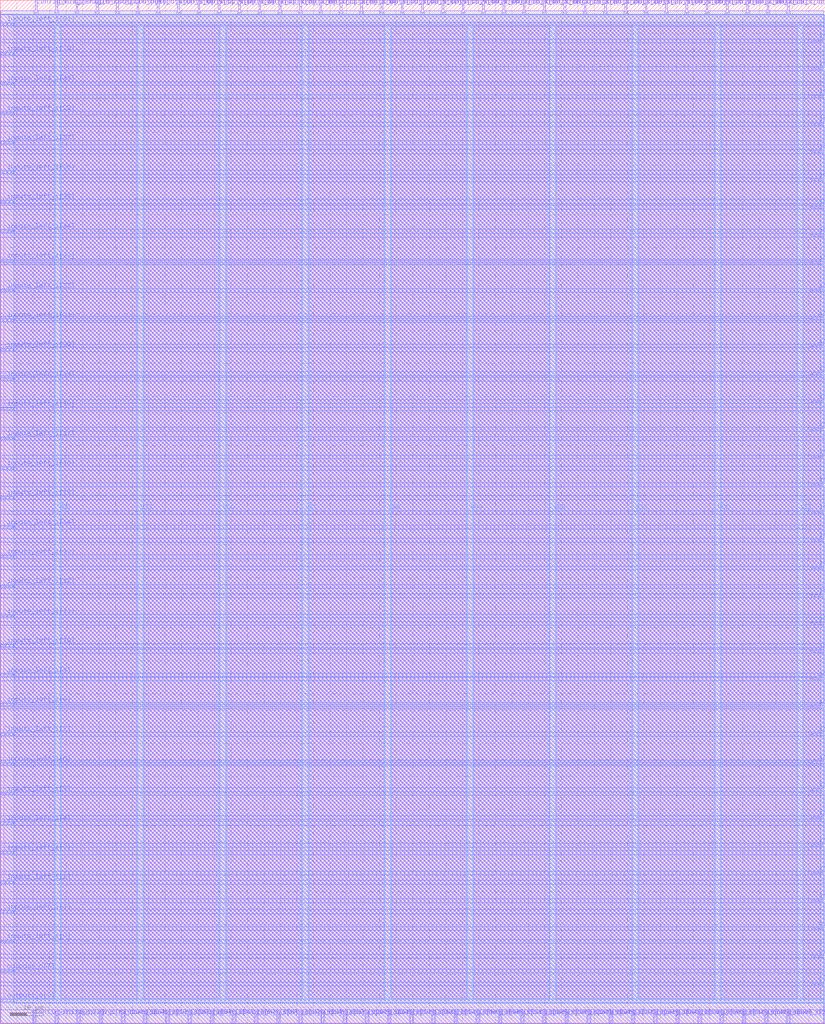
<source format=lef>
VERSION 5.7 ;
  NOWIREEXTENSIONATPIN ON ;
  DIVIDERCHAR "/" ;
  BUSBITCHARS "[]" ;
MACRO fpga_struct_block
  CLASS BLOCK ;
  FOREIGN fpga_struct_block ;
  ORIGIN 0.000 0.000 ;
  SIZE 250.000 BY 310.000 ;
  PIN VDD
    DIRECTION INOUT ;
    USE POWER ;
    PORT
      LAYER Metal4 ;
        RECT 16.640 7.540 18.240 302.140 ;
    END
    PORT
      LAYER Metal4 ;
        RECT 66.640 7.540 68.240 302.140 ;
    END
    PORT
      LAYER Metal4 ;
        RECT 116.640 7.540 118.240 302.140 ;
    END
    PORT
      LAYER Metal4 ;
        RECT 166.640 7.540 168.240 302.140 ;
    END
    PORT
      LAYER Metal4 ;
        RECT 216.640 7.540 218.240 302.140 ;
    END
  END VDD
  PIN VSS
    DIRECTION INOUT ;
    USE GROUND ;
    PORT
      LAYER Metal4 ;
        RECT 41.640 7.540 43.240 302.140 ;
    END
    PORT
      LAYER Metal4 ;
        RECT 91.640 7.540 93.240 302.140 ;
    END
    PORT
      LAYER Metal4 ;
        RECT 141.640 7.540 143.240 302.140 ;
    END
    PORT
      LAYER Metal4 ;
        RECT 191.640 7.540 193.240 302.140 ;
    END
    PORT
      LAYER Metal4 ;
        RECT 241.640 7.540 243.240 302.140 ;
    END
  END VSS
  PIN clk_i
    DIRECTION INPUT ;
    USE SIGNAL ;
    PORT
      LAYER Metal3 ;
        RECT 246.000 11.760 250.000 12.320 ;
    END
  END clk_i
  PIN config_clk_i
    DIRECTION INPUT ;
    USE SIGNAL ;
    PORT
      LAYER Metal2 ;
        RECT 10.640 306.000 11.200 310.000 ;
    END
  END config_clk_i
  PIN config_ena_i
    DIRECTION INPUT ;
    USE SIGNAL ;
    PORT
      LAYER Metal2 ;
        RECT 16.800 306.000 17.360 310.000 ;
    END
  END config_ena_i
  PIN config_shift_i
    DIRECTION INPUT ;
    USE SIGNAL ;
    PORT
      LAYER Metal2 ;
        RECT 22.960 306.000 23.520 310.000 ;
    END
  END config_shift_i
  PIN config_shift_o
    DIRECTION OUTPUT TRISTATE ;
    USE SIGNAL ;
    PORT
      LAYER Metal2 ;
        RECT 10.080 0.000 10.640 4.000 ;
    END
  END config_shift_o
  PIN glb_rstn_i
    DIRECTION INPUT ;
    USE SIGNAL ;
    PORT
      LAYER Metal2 ;
        RECT 29.120 306.000 29.680 310.000 ;
    END
  END glb_rstn_i
  PIN inputs_down_i[0]
    DIRECTION INPUT ;
    USE SIGNAL ;
    PORT
      LAYER Metal2 ;
        RECT 30.240 0.000 30.800 4.000 ;
    END
  END inputs_down_i[0]
  PIN inputs_down_i[10]
    DIRECTION INPUT ;
    USE SIGNAL ;
    PORT
      LAYER Metal2 ;
        RECT 97.440 0.000 98.000 4.000 ;
    END
  END inputs_down_i[10]
  PIN inputs_down_i[11]
    DIRECTION INPUT ;
    USE SIGNAL ;
    PORT
      LAYER Metal2 ;
        RECT 104.160 0.000 104.720 4.000 ;
    END
  END inputs_down_i[11]
  PIN inputs_down_i[12]
    DIRECTION INPUT ;
    USE SIGNAL ;
    PORT
      LAYER Metal2 ;
        RECT 110.880 0.000 111.440 4.000 ;
    END
  END inputs_down_i[12]
  PIN inputs_down_i[13]
    DIRECTION INPUT ;
    USE SIGNAL ;
    PORT
      LAYER Metal2 ;
        RECT 117.600 0.000 118.160 4.000 ;
    END
  END inputs_down_i[13]
  PIN inputs_down_i[14]
    DIRECTION INPUT ;
    USE SIGNAL ;
    PORT
      LAYER Metal2 ;
        RECT 124.320 0.000 124.880 4.000 ;
    END
  END inputs_down_i[14]
  PIN inputs_down_i[15]
    DIRECTION INPUT ;
    USE SIGNAL ;
    PORT
      LAYER Metal2 ;
        RECT 131.040 0.000 131.600 4.000 ;
    END
  END inputs_down_i[15]
  PIN inputs_down_i[16]
    DIRECTION INPUT ;
    USE SIGNAL ;
    PORT
      LAYER Metal2 ;
        RECT 137.760 0.000 138.320 4.000 ;
    END
  END inputs_down_i[16]
  PIN inputs_down_i[17]
    DIRECTION INPUT ;
    USE SIGNAL ;
    PORT
      LAYER Metal2 ;
        RECT 144.480 0.000 145.040 4.000 ;
    END
  END inputs_down_i[17]
  PIN inputs_down_i[18]
    DIRECTION INPUT ;
    USE SIGNAL ;
    PORT
      LAYER Metal2 ;
        RECT 151.200 0.000 151.760 4.000 ;
    END
  END inputs_down_i[18]
  PIN inputs_down_i[19]
    DIRECTION INPUT ;
    USE SIGNAL ;
    PORT
      LAYER Metal2 ;
        RECT 157.920 0.000 158.480 4.000 ;
    END
  END inputs_down_i[19]
  PIN inputs_down_i[1]
    DIRECTION INPUT ;
    USE SIGNAL ;
    PORT
      LAYER Metal2 ;
        RECT 36.960 0.000 37.520 4.000 ;
    END
  END inputs_down_i[1]
  PIN inputs_down_i[20]
    DIRECTION INPUT ;
    USE SIGNAL ;
    PORT
      LAYER Metal2 ;
        RECT 164.640 0.000 165.200 4.000 ;
    END
  END inputs_down_i[20]
  PIN inputs_down_i[21]
    DIRECTION INPUT ;
    USE SIGNAL ;
    PORT
      LAYER Metal2 ;
        RECT 171.360 0.000 171.920 4.000 ;
    END
  END inputs_down_i[21]
  PIN inputs_down_i[22]
    DIRECTION INPUT ;
    USE SIGNAL ;
    PORT
      LAYER Metal2 ;
        RECT 178.080 0.000 178.640 4.000 ;
    END
  END inputs_down_i[22]
  PIN inputs_down_i[23]
    DIRECTION INPUT ;
    USE SIGNAL ;
    PORT
      LAYER Metal2 ;
        RECT 184.800 0.000 185.360 4.000 ;
    END
  END inputs_down_i[23]
  PIN inputs_down_i[24]
    DIRECTION INPUT ;
    USE SIGNAL ;
    PORT
      LAYER Metal2 ;
        RECT 191.520 0.000 192.080 4.000 ;
    END
  END inputs_down_i[24]
  PIN inputs_down_i[25]
    DIRECTION INPUT ;
    USE SIGNAL ;
    PORT
      LAYER Metal2 ;
        RECT 198.240 0.000 198.800 4.000 ;
    END
  END inputs_down_i[25]
  PIN inputs_down_i[26]
    DIRECTION INPUT ;
    USE SIGNAL ;
    PORT
      LAYER Metal2 ;
        RECT 204.960 0.000 205.520 4.000 ;
    END
  END inputs_down_i[26]
  PIN inputs_down_i[27]
    DIRECTION INPUT ;
    USE SIGNAL ;
    PORT
      LAYER Metal2 ;
        RECT 211.680 0.000 212.240 4.000 ;
    END
  END inputs_down_i[27]
  PIN inputs_down_i[28]
    DIRECTION INPUT ;
    USE SIGNAL ;
    PORT
      LAYER Metal2 ;
        RECT 218.400 0.000 218.960 4.000 ;
    END
  END inputs_down_i[28]
  PIN inputs_down_i[29]
    DIRECTION INPUT ;
    USE SIGNAL ;
    PORT
      LAYER Metal2 ;
        RECT 225.120 0.000 225.680 4.000 ;
    END
  END inputs_down_i[29]
  PIN inputs_down_i[2]
    DIRECTION INPUT ;
    USE SIGNAL ;
    PORT
      LAYER Metal2 ;
        RECT 43.680 0.000 44.240 4.000 ;
    END
  END inputs_down_i[2]
  PIN inputs_down_i[30]
    DIRECTION INPUT ;
    USE SIGNAL ;
    PORT
      LAYER Metal2 ;
        RECT 231.840 0.000 232.400 4.000 ;
    END
  END inputs_down_i[30]
  PIN inputs_down_i[31]
    DIRECTION INPUT ;
    USE SIGNAL ;
    PORT
      LAYER Metal2 ;
        RECT 238.560 0.000 239.120 4.000 ;
    END
  END inputs_down_i[31]
  PIN inputs_down_i[3]
    DIRECTION INPUT ;
    USE SIGNAL ;
    PORT
      LAYER Metal2 ;
        RECT 50.400 0.000 50.960 4.000 ;
    END
  END inputs_down_i[3]
  PIN inputs_down_i[4]
    DIRECTION INPUT ;
    USE SIGNAL ;
    PORT
      LAYER Metal2 ;
        RECT 57.120 0.000 57.680 4.000 ;
    END
  END inputs_down_i[4]
  PIN inputs_down_i[5]
    DIRECTION INPUT ;
    USE SIGNAL ;
    PORT
      LAYER Metal2 ;
        RECT 63.840 0.000 64.400 4.000 ;
    END
  END inputs_down_i[5]
  PIN inputs_down_i[6]
    DIRECTION INPUT ;
    USE SIGNAL ;
    PORT
      LAYER Metal2 ;
        RECT 70.560 0.000 71.120 4.000 ;
    END
  END inputs_down_i[6]
  PIN inputs_down_i[7]
    DIRECTION INPUT ;
    USE SIGNAL ;
    PORT
      LAYER Metal2 ;
        RECT 77.280 0.000 77.840 4.000 ;
    END
  END inputs_down_i[7]
  PIN inputs_down_i[8]
    DIRECTION INPUT ;
    USE SIGNAL ;
    PORT
      LAYER Metal2 ;
        RECT 84.000 0.000 84.560 4.000 ;
    END
  END inputs_down_i[8]
  PIN inputs_down_i[9]
    DIRECTION INPUT ;
    USE SIGNAL ;
    PORT
      LAYER Metal2 ;
        RECT 90.720 0.000 91.280 4.000 ;
    END
  END inputs_down_i[9]
  PIN inputs_left_i[0]
    DIRECTION INPUT ;
    USE SIGNAL ;
    PORT
      LAYER Metal3 ;
        RECT 0.000 24.640 4.000 25.200 ;
    END
  END inputs_left_i[0]
  PIN inputs_left_i[10]
    DIRECTION INPUT ;
    USE SIGNAL ;
    PORT
      LAYER Metal3 ;
        RECT 0.000 114.240 4.000 114.800 ;
    END
  END inputs_left_i[10]
  PIN inputs_left_i[11]
    DIRECTION INPUT ;
    USE SIGNAL ;
    PORT
      LAYER Metal3 ;
        RECT 0.000 123.200 4.000 123.760 ;
    END
  END inputs_left_i[11]
  PIN inputs_left_i[12]
    DIRECTION INPUT ;
    USE SIGNAL ;
    PORT
      LAYER Metal3 ;
        RECT 0.000 132.160 4.000 132.720 ;
    END
  END inputs_left_i[12]
  PIN inputs_left_i[13]
    DIRECTION INPUT ;
    USE SIGNAL ;
    PORT
      LAYER Metal3 ;
        RECT 0.000 141.120 4.000 141.680 ;
    END
  END inputs_left_i[13]
  PIN inputs_left_i[14]
    DIRECTION INPUT ;
    USE SIGNAL ;
    PORT
      LAYER Metal3 ;
        RECT 0.000 150.080 4.000 150.640 ;
    END
  END inputs_left_i[14]
  PIN inputs_left_i[15]
    DIRECTION INPUT ;
    USE SIGNAL ;
    PORT
      LAYER Metal3 ;
        RECT 0.000 159.040 4.000 159.600 ;
    END
  END inputs_left_i[15]
  PIN inputs_left_i[16]
    DIRECTION INPUT ;
    USE SIGNAL ;
    PORT
      LAYER Metal3 ;
        RECT 0.000 168.000 4.000 168.560 ;
    END
  END inputs_left_i[16]
  PIN inputs_left_i[17]
    DIRECTION INPUT ;
    USE SIGNAL ;
    PORT
      LAYER Metal3 ;
        RECT 0.000 176.960 4.000 177.520 ;
    END
  END inputs_left_i[17]
  PIN inputs_left_i[18]
    DIRECTION INPUT ;
    USE SIGNAL ;
    PORT
      LAYER Metal3 ;
        RECT 0.000 185.920 4.000 186.480 ;
    END
  END inputs_left_i[18]
  PIN inputs_left_i[19]
    DIRECTION INPUT ;
    USE SIGNAL ;
    PORT
      LAYER Metal3 ;
        RECT 0.000 194.880 4.000 195.440 ;
    END
  END inputs_left_i[19]
  PIN inputs_left_i[1]
    DIRECTION INPUT ;
    USE SIGNAL ;
    PORT
      LAYER Metal3 ;
        RECT 0.000 33.600 4.000 34.160 ;
    END
  END inputs_left_i[1]
  PIN inputs_left_i[20]
    DIRECTION INPUT ;
    USE SIGNAL ;
    PORT
      LAYER Metal3 ;
        RECT 0.000 203.840 4.000 204.400 ;
    END
  END inputs_left_i[20]
  PIN inputs_left_i[21]
    DIRECTION INPUT ;
    USE SIGNAL ;
    PORT
      LAYER Metal3 ;
        RECT 0.000 212.800 4.000 213.360 ;
    END
  END inputs_left_i[21]
  PIN inputs_left_i[22]
    DIRECTION INPUT ;
    USE SIGNAL ;
    PORT
      LAYER Metal3 ;
        RECT 0.000 221.760 4.000 222.320 ;
    END
  END inputs_left_i[22]
  PIN inputs_left_i[23]
    DIRECTION INPUT ;
    USE SIGNAL ;
    PORT
      LAYER Metal3 ;
        RECT 0.000 230.720 4.000 231.280 ;
    END
  END inputs_left_i[23]
  PIN inputs_left_i[24]
    DIRECTION INPUT ;
    USE SIGNAL ;
    PORT
      LAYER Metal3 ;
        RECT 0.000 239.680 4.000 240.240 ;
    END
  END inputs_left_i[24]
  PIN inputs_left_i[25]
    DIRECTION INPUT ;
    USE SIGNAL ;
    PORT
      LAYER Metal3 ;
        RECT 0.000 248.640 4.000 249.200 ;
    END
  END inputs_left_i[25]
  PIN inputs_left_i[26]
    DIRECTION INPUT ;
    USE SIGNAL ;
    PORT
      LAYER Metal3 ;
        RECT 0.000 257.600 4.000 258.160 ;
    END
  END inputs_left_i[26]
  PIN inputs_left_i[27]
    DIRECTION INPUT ;
    USE SIGNAL ;
    PORT
      LAYER Metal3 ;
        RECT 0.000 266.560 4.000 267.120 ;
    END
  END inputs_left_i[27]
  PIN inputs_left_i[28]
    DIRECTION INPUT ;
    USE SIGNAL ;
    PORT
      LAYER Metal3 ;
        RECT 0.000 275.520 4.000 276.080 ;
    END
  END inputs_left_i[28]
  PIN inputs_left_i[29]
    DIRECTION INPUT ;
    USE SIGNAL ;
    PORT
      LAYER Metal3 ;
        RECT 0.000 284.480 4.000 285.040 ;
    END
  END inputs_left_i[29]
  PIN inputs_left_i[2]
    DIRECTION INPUT ;
    USE SIGNAL ;
    PORT
      LAYER Metal3 ;
        RECT 0.000 42.560 4.000 43.120 ;
    END
  END inputs_left_i[2]
  PIN inputs_left_i[30]
    DIRECTION INPUT ;
    USE SIGNAL ;
    PORT
      LAYER Metal3 ;
        RECT 0.000 293.440 4.000 294.000 ;
    END
  END inputs_left_i[30]
  PIN inputs_left_i[31]
    DIRECTION INPUT ;
    USE SIGNAL ;
    PORT
      LAYER Metal3 ;
        RECT 0.000 302.400 4.000 302.960 ;
    END
  END inputs_left_i[31]
  PIN inputs_left_i[3]
    DIRECTION INPUT ;
    USE SIGNAL ;
    PORT
      LAYER Metal3 ;
        RECT 0.000 51.520 4.000 52.080 ;
    END
  END inputs_left_i[3]
  PIN inputs_left_i[4]
    DIRECTION INPUT ;
    USE SIGNAL ;
    PORT
      LAYER Metal3 ;
        RECT 0.000 60.480 4.000 61.040 ;
    END
  END inputs_left_i[4]
  PIN inputs_left_i[5]
    DIRECTION INPUT ;
    USE SIGNAL ;
    PORT
      LAYER Metal3 ;
        RECT 0.000 69.440 4.000 70.000 ;
    END
  END inputs_left_i[5]
  PIN inputs_left_i[6]
    DIRECTION INPUT ;
    USE SIGNAL ;
    PORT
      LAYER Metal3 ;
        RECT 0.000 78.400 4.000 78.960 ;
    END
  END inputs_left_i[6]
  PIN inputs_left_i[7]
    DIRECTION INPUT ;
    USE SIGNAL ;
    PORT
      LAYER Metal3 ;
        RECT 0.000 87.360 4.000 87.920 ;
    END
  END inputs_left_i[7]
  PIN inputs_left_i[8]
    DIRECTION INPUT ;
    USE SIGNAL ;
    PORT
      LAYER Metal3 ;
        RECT 0.000 96.320 4.000 96.880 ;
    END
  END inputs_left_i[8]
  PIN inputs_left_i[9]
    DIRECTION INPUT ;
    USE SIGNAL ;
    PORT
      LAYER Metal3 ;
        RECT 0.000 105.280 4.000 105.840 ;
    END
  END inputs_left_i[9]
  PIN inputs_right_i[0]
    DIRECTION INPUT ;
    USE SIGNAL ;
    PORT
      LAYER Metal3 ;
        RECT 246.000 36.960 250.000 37.520 ;
    END
  END inputs_right_i[0]
  PIN inputs_right_i[10]
    DIRECTION INPUT ;
    USE SIGNAL ;
    PORT
      LAYER Metal3 ;
        RECT 246.000 120.960 250.000 121.520 ;
    END
  END inputs_right_i[10]
  PIN inputs_right_i[11]
    DIRECTION INPUT ;
    USE SIGNAL ;
    PORT
      LAYER Metal3 ;
        RECT 246.000 129.360 250.000 129.920 ;
    END
  END inputs_right_i[11]
  PIN inputs_right_i[12]
    DIRECTION INPUT ;
    USE SIGNAL ;
    PORT
      LAYER Metal3 ;
        RECT 246.000 137.760 250.000 138.320 ;
    END
  END inputs_right_i[12]
  PIN inputs_right_i[13]
    DIRECTION INPUT ;
    USE SIGNAL ;
    PORT
      LAYER Metal3 ;
        RECT 246.000 146.160 250.000 146.720 ;
    END
  END inputs_right_i[13]
  PIN inputs_right_i[14]
    DIRECTION INPUT ;
    USE SIGNAL ;
    PORT
      LAYER Metal3 ;
        RECT 246.000 154.560 250.000 155.120 ;
    END
  END inputs_right_i[14]
  PIN inputs_right_i[15]
    DIRECTION INPUT ;
    USE SIGNAL ;
    PORT
      LAYER Metal3 ;
        RECT 246.000 162.960 250.000 163.520 ;
    END
  END inputs_right_i[15]
  PIN inputs_right_i[16]
    DIRECTION INPUT ;
    USE SIGNAL ;
    PORT
      LAYER Metal3 ;
        RECT 246.000 171.360 250.000 171.920 ;
    END
  END inputs_right_i[16]
  PIN inputs_right_i[17]
    DIRECTION INPUT ;
    USE SIGNAL ;
    PORT
      LAYER Metal3 ;
        RECT 246.000 179.760 250.000 180.320 ;
    END
  END inputs_right_i[17]
  PIN inputs_right_i[18]
    DIRECTION INPUT ;
    USE SIGNAL ;
    PORT
      LAYER Metal3 ;
        RECT 246.000 188.160 250.000 188.720 ;
    END
  END inputs_right_i[18]
  PIN inputs_right_i[19]
    DIRECTION INPUT ;
    USE SIGNAL ;
    PORT
      LAYER Metal3 ;
        RECT 246.000 196.560 250.000 197.120 ;
    END
  END inputs_right_i[19]
  PIN inputs_right_i[1]
    DIRECTION INPUT ;
    USE SIGNAL ;
    PORT
      LAYER Metal3 ;
        RECT 246.000 45.360 250.000 45.920 ;
    END
  END inputs_right_i[1]
  PIN inputs_right_i[20]
    DIRECTION INPUT ;
    USE SIGNAL ;
    PORT
      LAYER Metal3 ;
        RECT 246.000 204.960 250.000 205.520 ;
    END
  END inputs_right_i[20]
  PIN inputs_right_i[21]
    DIRECTION INPUT ;
    USE SIGNAL ;
    PORT
      LAYER Metal3 ;
        RECT 246.000 213.360 250.000 213.920 ;
    END
  END inputs_right_i[21]
  PIN inputs_right_i[22]
    DIRECTION INPUT ;
    USE SIGNAL ;
    PORT
      LAYER Metal3 ;
        RECT 246.000 221.760 250.000 222.320 ;
    END
  END inputs_right_i[22]
  PIN inputs_right_i[23]
    DIRECTION INPUT ;
    USE SIGNAL ;
    PORT
      LAYER Metal3 ;
        RECT 246.000 230.160 250.000 230.720 ;
    END
  END inputs_right_i[23]
  PIN inputs_right_i[24]
    DIRECTION INPUT ;
    USE SIGNAL ;
    PORT
      LAYER Metal3 ;
        RECT 246.000 238.560 250.000 239.120 ;
    END
  END inputs_right_i[24]
  PIN inputs_right_i[25]
    DIRECTION INPUT ;
    USE SIGNAL ;
    PORT
      LAYER Metal3 ;
        RECT 246.000 246.960 250.000 247.520 ;
    END
  END inputs_right_i[25]
  PIN inputs_right_i[26]
    DIRECTION INPUT ;
    USE SIGNAL ;
    PORT
      LAYER Metal3 ;
        RECT 246.000 255.360 250.000 255.920 ;
    END
  END inputs_right_i[26]
  PIN inputs_right_i[27]
    DIRECTION INPUT ;
    USE SIGNAL ;
    PORT
      LAYER Metal3 ;
        RECT 246.000 263.760 250.000 264.320 ;
    END
  END inputs_right_i[27]
  PIN inputs_right_i[28]
    DIRECTION INPUT ;
    USE SIGNAL ;
    PORT
      LAYER Metal3 ;
        RECT 246.000 272.160 250.000 272.720 ;
    END
  END inputs_right_i[28]
  PIN inputs_right_i[29]
    DIRECTION INPUT ;
    USE SIGNAL ;
    PORT
      LAYER Metal3 ;
        RECT 246.000 280.560 250.000 281.120 ;
    END
  END inputs_right_i[29]
  PIN inputs_right_i[2]
    DIRECTION INPUT ;
    USE SIGNAL ;
    PORT
      LAYER Metal3 ;
        RECT 246.000 53.760 250.000 54.320 ;
    END
  END inputs_right_i[2]
  PIN inputs_right_i[30]
    DIRECTION INPUT ;
    USE SIGNAL ;
    PORT
      LAYER Metal3 ;
        RECT 246.000 288.960 250.000 289.520 ;
    END
  END inputs_right_i[30]
  PIN inputs_right_i[31]
    DIRECTION INPUT ;
    USE SIGNAL ;
    PORT
      LAYER Metal3 ;
        RECT 246.000 297.360 250.000 297.920 ;
    END
  END inputs_right_i[31]
  PIN inputs_right_i[3]
    DIRECTION INPUT ;
    USE SIGNAL ;
    PORT
      LAYER Metal3 ;
        RECT 246.000 62.160 250.000 62.720 ;
    END
  END inputs_right_i[3]
  PIN inputs_right_i[4]
    DIRECTION INPUT ;
    USE SIGNAL ;
    PORT
      LAYER Metal3 ;
        RECT 246.000 70.560 250.000 71.120 ;
    END
  END inputs_right_i[4]
  PIN inputs_right_i[5]
    DIRECTION INPUT ;
    USE SIGNAL ;
    PORT
      LAYER Metal3 ;
        RECT 246.000 78.960 250.000 79.520 ;
    END
  END inputs_right_i[5]
  PIN inputs_right_i[6]
    DIRECTION INPUT ;
    USE SIGNAL ;
    PORT
      LAYER Metal3 ;
        RECT 246.000 87.360 250.000 87.920 ;
    END
  END inputs_right_i[6]
  PIN inputs_right_i[7]
    DIRECTION INPUT ;
    USE SIGNAL ;
    PORT
      LAYER Metal3 ;
        RECT 246.000 95.760 250.000 96.320 ;
    END
  END inputs_right_i[7]
  PIN inputs_right_i[8]
    DIRECTION INPUT ;
    USE SIGNAL ;
    PORT
      LAYER Metal3 ;
        RECT 246.000 104.160 250.000 104.720 ;
    END
  END inputs_right_i[8]
  PIN inputs_right_i[9]
    DIRECTION INPUT ;
    USE SIGNAL ;
    PORT
      LAYER Metal3 ;
        RECT 246.000 112.560 250.000 113.120 ;
    END
  END inputs_right_i[9]
  PIN inputs_up_i[0]
    DIRECTION INPUT ;
    USE SIGNAL ;
    PORT
      LAYER Metal2 ;
        RECT 47.600 306.000 48.160 310.000 ;
    END
  END inputs_up_i[0]
  PIN inputs_up_i[10]
    DIRECTION INPUT ;
    USE SIGNAL ;
    PORT
      LAYER Metal2 ;
        RECT 109.200 306.000 109.760 310.000 ;
    END
  END inputs_up_i[10]
  PIN inputs_up_i[11]
    DIRECTION INPUT ;
    USE SIGNAL ;
    PORT
      LAYER Metal2 ;
        RECT 115.360 306.000 115.920 310.000 ;
    END
  END inputs_up_i[11]
  PIN inputs_up_i[12]
    DIRECTION INPUT ;
    USE SIGNAL ;
    PORT
      LAYER Metal2 ;
        RECT 121.520 306.000 122.080 310.000 ;
    END
  END inputs_up_i[12]
  PIN inputs_up_i[13]
    DIRECTION INPUT ;
    USE SIGNAL ;
    PORT
      LAYER Metal2 ;
        RECT 127.680 306.000 128.240 310.000 ;
    END
  END inputs_up_i[13]
  PIN inputs_up_i[14]
    DIRECTION INPUT ;
    USE SIGNAL ;
    PORT
      LAYER Metal2 ;
        RECT 133.840 306.000 134.400 310.000 ;
    END
  END inputs_up_i[14]
  PIN inputs_up_i[15]
    DIRECTION INPUT ;
    USE SIGNAL ;
    PORT
      LAYER Metal2 ;
        RECT 140.000 306.000 140.560 310.000 ;
    END
  END inputs_up_i[15]
  PIN inputs_up_i[16]
    DIRECTION INPUT ;
    USE SIGNAL ;
    PORT
      LAYER Metal2 ;
        RECT 146.160 306.000 146.720 310.000 ;
    END
  END inputs_up_i[16]
  PIN inputs_up_i[17]
    DIRECTION INPUT ;
    USE SIGNAL ;
    PORT
      LAYER Metal2 ;
        RECT 152.320 306.000 152.880 310.000 ;
    END
  END inputs_up_i[17]
  PIN inputs_up_i[18]
    DIRECTION INPUT ;
    USE SIGNAL ;
    PORT
      LAYER Metal2 ;
        RECT 158.480 306.000 159.040 310.000 ;
    END
  END inputs_up_i[18]
  PIN inputs_up_i[19]
    DIRECTION INPUT ;
    USE SIGNAL ;
    PORT
      LAYER Metal2 ;
        RECT 164.640 306.000 165.200 310.000 ;
    END
  END inputs_up_i[19]
  PIN inputs_up_i[1]
    DIRECTION INPUT ;
    USE SIGNAL ;
    PORT
      LAYER Metal2 ;
        RECT 53.760 306.000 54.320 310.000 ;
    END
  END inputs_up_i[1]
  PIN inputs_up_i[20]
    DIRECTION INPUT ;
    USE SIGNAL ;
    PORT
      LAYER Metal2 ;
        RECT 170.800 306.000 171.360 310.000 ;
    END
  END inputs_up_i[20]
  PIN inputs_up_i[21]
    DIRECTION INPUT ;
    USE SIGNAL ;
    PORT
      LAYER Metal2 ;
        RECT 176.960 306.000 177.520 310.000 ;
    END
  END inputs_up_i[21]
  PIN inputs_up_i[22]
    DIRECTION INPUT ;
    USE SIGNAL ;
    PORT
      LAYER Metal2 ;
        RECT 183.120 306.000 183.680 310.000 ;
    END
  END inputs_up_i[22]
  PIN inputs_up_i[23]
    DIRECTION INPUT ;
    USE SIGNAL ;
    PORT
      LAYER Metal2 ;
        RECT 189.280 306.000 189.840 310.000 ;
    END
  END inputs_up_i[23]
  PIN inputs_up_i[24]
    DIRECTION INPUT ;
    USE SIGNAL ;
    PORT
      LAYER Metal2 ;
        RECT 195.440 306.000 196.000 310.000 ;
    END
  END inputs_up_i[24]
  PIN inputs_up_i[25]
    DIRECTION INPUT ;
    USE SIGNAL ;
    PORT
      LAYER Metal2 ;
        RECT 201.600 306.000 202.160 310.000 ;
    END
  END inputs_up_i[25]
  PIN inputs_up_i[26]
    DIRECTION INPUT ;
    USE SIGNAL ;
    PORT
      LAYER Metal2 ;
        RECT 207.760 306.000 208.320 310.000 ;
    END
  END inputs_up_i[26]
  PIN inputs_up_i[27]
    DIRECTION INPUT ;
    USE SIGNAL ;
    PORT
      LAYER Metal2 ;
        RECT 213.920 306.000 214.480 310.000 ;
    END
  END inputs_up_i[27]
  PIN inputs_up_i[28]
    DIRECTION INPUT ;
    USE SIGNAL ;
    PORT
      LAYER Metal2 ;
        RECT 220.080 306.000 220.640 310.000 ;
    END
  END inputs_up_i[28]
  PIN inputs_up_i[29]
    DIRECTION INPUT ;
    USE SIGNAL ;
    PORT
      LAYER Metal2 ;
        RECT 226.240 306.000 226.800 310.000 ;
    END
  END inputs_up_i[29]
  PIN inputs_up_i[2]
    DIRECTION INPUT ;
    USE SIGNAL ;
    PORT
      LAYER Metal2 ;
        RECT 59.920 306.000 60.480 310.000 ;
    END
  END inputs_up_i[2]
  PIN inputs_up_i[30]
    DIRECTION INPUT ;
    USE SIGNAL ;
    PORT
      LAYER Metal2 ;
        RECT 232.400 306.000 232.960 310.000 ;
    END
  END inputs_up_i[30]
  PIN inputs_up_i[31]
    DIRECTION INPUT ;
    USE SIGNAL ;
    PORT
      LAYER Metal2 ;
        RECT 238.560 306.000 239.120 310.000 ;
    END
  END inputs_up_i[31]
  PIN inputs_up_i[3]
    DIRECTION INPUT ;
    USE SIGNAL ;
    PORT
      LAYER Metal2 ;
        RECT 66.080 306.000 66.640 310.000 ;
    END
  END inputs_up_i[3]
  PIN inputs_up_i[4]
    DIRECTION INPUT ;
    USE SIGNAL ;
    PORT
      LAYER Metal2 ;
        RECT 72.240 306.000 72.800 310.000 ;
    END
  END inputs_up_i[4]
  PIN inputs_up_i[5]
    DIRECTION INPUT ;
    USE SIGNAL ;
    PORT
      LAYER Metal2 ;
        RECT 78.400 306.000 78.960 310.000 ;
    END
  END inputs_up_i[5]
  PIN inputs_up_i[6]
    DIRECTION INPUT ;
    USE SIGNAL ;
    PORT
      LAYER Metal2 ;
        RECT 84.560 306.000 85.120 310.000 ;
    END
  END inputs_up_i[6]
  PIN inputs_up_i[7]
    DIRECTION INPUT ;
    USE SIGNAL ;
    PORT
      LAYER Metal2 ;
        RECT 90.720 306.000 91.280 310.000 ;
    END
  END inputs_up_i[7]
  PIN inputs_up_i[8]
    DIRECTION INPUT ;
    USE SIGNAL ;
    PORT
      LAYER Metal2 ;
        RECT 96.880 306.000 97.440 310.000 ;
    END
  END inputs_up_i[8]
  PIN inputs_up_i[9]
    DIRECTION INPUT ;
    USE SIGNAL ;
    PORT
      LAYER Metal2 ;
        RECT 103.040 306.000 103.600 310.000 ;
    END
  END inputs_up_i[9]
  PIN outputs_o[0]
    DIRECTION OUTPUT TRISTATE ;
    USE SIGNAL ;
    PORT
      LAYER Metal2 ;
        RECT 35.280 306.000 35.840 310.000 ;
    END
  END outputs_o[0]
  PIN outputs_o[1]
    DIRECTION OUTPUT TRISTATE ;
    USE SIGNAL ;
    PORT
      LAYER Metal3 ;
        RECT 246.000 20.160 250.000 20.720 ;
    END
  END outputs_o[1]
  PIN outputs_o[2]
    DIRECTION OUTPUT TRISTATE ;
    USE SIGNAL ;
    PORT
      LAYER Metal2 ;
        RECT 16.800 0.000 17.360 4.000 ;
    END
  END outputs_o[2]
  PIN outputs_o[3]
    DIRECTION OUTPUT TRISTATE ;
    USE SIGNAL ;
    PORT
      LAYER Metal3 ;
        RECT 0.000 6.720 4.000 7.280 ;
    END
  END outputs_o[3]
  PIN outputs_o[4]
    DIRECTION OUTPUT TRISTATE ;
    USE SIGNAL ;
    PORT
      LAYER Metal2 ;
        RECT 41.440 306.000 42.000 310.000 ;
    END
  END outputs_o[4]
  PIN outputs_o[5]
    DIRECTION OUTPUT TRISTATE ;
    USE SIGNAL ;
    PORT
      LAYER Metal3 ;
        RECT 246.000 28.560 250.000 29.120 ;
    END
  END outputs_o[5]
  PIN outputs_o[6]
    DIRECTION OUTPUT TRISTATE ;
    USE SIGNAL ;
    PORT
      LAYER Metal2 ;
        RECT 23.520 0.000 24.080 4.000 ;
    END
  END outputs_o[6]
  PIN outputs_o[7]
    DIRECTION OUTPUT TRISTATE ;
    USE SIGNAL ;
    PORT
      LAYER Metal3 ;
        RECT 0.000 15.680 4.000 16.240 ;
    END
  END outputs_o[7]
  OBS
      LAYER Metal1 ;
        RECT 1.120 7.540 248.640 303.370 ;
      LAYER Metal2 ;
        RECT 0.140 305.700 10.340 306.740 ;
        RECT 11.500 305.700 16.500 306.740 ;
        RECT 17.660 305.700 22.660 306.740 ;
        RECT 23.820 305.700 28.820 306.740 ;
        RECT 29.980 305.700 34.980 306.740 ;
        RECT 36.140 305.700 41.140 306.740 ;
        RECT 42.300 305.700 47.300 306.740 ;
        RECT 48.460 305.700 53.460 306.740 ;
        RECT 54.620 305.700 59.620 306.740 ;
        RECT 60.780 305.700 65.780 306.740 ;
        RECT 66.940 305.700 71.940 306.740 ;
        RECT 73.100 305.700 78.100 306.740 ;
        RECT 79.260 305.700 84.260 306.740 ;
        RECT 85.420 305.700 90.420 306.740 ;
        RECT 91.580 305.700 96.580 306.740 ;
        RECT 97.740 305.700 102.740 306.740 ;
        RECT 103.900 305.700 108.900 306.740 ;
        RECT 110.060 305.700 115.060 306.740 ;
        RECT 116.220 305.700 121.220 306.740 ;
        RECT 122.380 305.700 127.380 306.740 ;
        RECT 128.540 305.700 133.540 306.740 ;
        RECT 134.700 305.700 139.700 306.740 ;
        RECT 140.860 305.700 145.860 306.740 ;
        RECT 147.020 305.700 152.020 306.740 ;
        RECT 153.180 305.700 158.180 306.740 ;
        RECT 159.340 305.700 164.340 306.740 ;
        RECT 165.500 305.700 170.500 306.740 ;
        RECT 171.660 305.700 176.660 306.740 ;
        RECT 177.820 305.700 182.820 306.740 ;
        RECT 183.980 305.700 188.980 306.740 ;
        RECT 190.140 305.700 195.140 306.740 ;
        RECT 196.300 305.700 201.300 306.740 ;
        RECT 202.460 305.700 207.460 306.740 ;
        RECT 208.620 305.700 213.620 306.740 ;
        RECT 214.780 305.700 219.780 306.740 ;
        RECT 220.940 305.700 225.940 306.740 ;
        RECT 227.100 305.700 232.100 306.740 ;
        RECT 233.260 305.700 238.260 306.740 ;
        RECT 239.420 305.700 249.620 306.740 ;
        RECT 0.140 4.300 249.620 305.700 ;
        RECT 0.140 0.090 9.780 4.300 ;
        RECT 10.940 0.090 16.500 4.300 ;
        RECT 17.660 0.090 23.220 4.300 ;
        RECT 24.380 0.090 29.940 4.300 ;
        RECT 31.100 0.090 36.660 4.300 ;
        RECT 37.820 0.090 43.380 4.300 ;
        RECT 44.540 0.090 50.100 4.300 ;
        RECT 51.260 0.090 56.820 4.300 ;
        RECT 57.980 0.090 63.540 4.300 ;
        RECT 64.700 0.090 70.260 4.300 ;
        RECT 71.420 0.090 76.980 4.300 ;
        RECT 78.140 0.090 83.700 4.300 ;
        RECT 84.860 0.090 90.420 4.300 ;
        RECT 91.580 0.090 97.140 4.300 ;
        RECT 98.300 0.090 103.860 4.300 ;
        RECT 105.020 0.090 110.580 4.300 ;
        RECT 111.740 0.090 117.300 4.300 ;
        RECT 118.460 0.090 124.020 4.300 ;
        RECT 125.180 0.090 130.740 4.300 ;
        RECT 131.900 0.090 137.460 4.300 ;
        RECT 138.620 0.090 144.180 4.300 ;
        RECT 145.340 0.090 150.900 4.300 ;
        RECT 152.060 0.090 157.620 4.300 ;
        RECT 158.780 0.090 164.340 4.300 ;
        RECT 165.500 0.090 171.060 4.300 ;
        RECT 172.220 0.090 177.780 4.300 ;
        RECT 178.940 0.090 184.500 4.300 ;
        RECT 185.660 0.090 191.220 4.300 ;
        RECT 192.380 0.090 197.940 4.300 ;
        RECT 199.100 0.090 204.660 4.300 ;
        RECT 205.820 0.090 211.380 4.300 ;
        RECT 212.540 0.090 218.100 4.300 ;
        RECT 219.260 0.090 224.820 4.300 ;
        RECT 225.980 0.090 231.540 4.300 ;
        RECT 232.700 0.090 238.260 4.300 ;
        RECT 239.420 0.090 249.620 4.300 ;
      LAYER Metal3 ;
        RECT 0.090 303.260 249.670 305.620 ;
        RECT 4.300 302.100 249.670 303.260 ;
        RECT 0.090 298.220 249.670 302.100 ;
        RECT 0.090 297.060 245.700 298.220 ;
        RECT 0.090 294.300 249.670 297.060 ;
        RECT 4.300 293.140 249.670 294.300 ;
        RECT 0.090 289.820 249.670 293.140 ;
        RECT 0.090 288.660 245.700 289.820 ;
        RECT 0.090 285.340 249.670 288.660 ;
        RECT 4.300 284.180 249.670 285.340 ;
        RECT 0.090 281.420 249.670 284.180 ;
        RECT 0.090 280.260 245.700 281.420 ;
        RECT 0.090 276.380 249.670 280.260 ;
        RECT 4.300 275.220 249.670 276.380 ;
        RECT 0.090 273.020 249.670 275.220 ;
        RECT 0.090 271.860 245.700 273.020 ;
        RECT 0.090 267.420 249.670 271.860 ;
        RECT 4.300 266.260 249.670 267.420 ;
        RECT 0.090 264.620 249.670 266.260 ;
        RECT 0.090 263.460 245.700 264.620 ;
        RECT 0.090 258.460 249.670 263.460 ;
        RECT 4.300 257.300 249.670 258.460 ;
        RECT 0.090 256.220 249.670 257.300 ;
        RECT 0.090 255.060 245.700 256.220 ;
        RECT 0.090 249.500 249.670 255.060 ;
        RECT 4.300 248.340 249.670 249.500 ;
        RECT 0.090 247.820 249.670 248.340 ;
        RECT 0.090 246.660 245.700 247.820 ;
        RECT 0.090 240.540 249.670 246.660 ;
        RECT 4.300 239.420 249.670 240.540 ;
        RECT 4.300 239.380 245.700 239.420 ;
        RECT 0.090 238.260 245.700 239.380 ;
        RECT 0.090 231.580 249.670 238.260 ;
        RECT 4.300 231.020 249.670 231.580 ;
        RECT 4.300 230.420 245.700 231.020 ;
        RECT 0.090 229.860 245.700 230.420 ;
        RECT 0.090 222.620 249.670 229.860 ;
        RECT 4.300 221.460 245.700 222.620 ;
        RECT 0.090 214.220 249.670 221.460 ;
        RECT 0.090 213.660 245.700 214.220 ;
        RECT 4.300 213.060 245.700 213.660 ;
        RECT 4.300 212.500 249.670 213.060 ;
        RECT 0.090 205.820 249.670 212.500 ;
        RECT 0.090 204.700 245.700 205.820 ;
        RECT 4.300 204.660 245.700 204.700 ;
        RECT 4.300 203.540 249.670 204.660 ;
        RECT 0.090 197.420 249.670 203.540 ;
        RECT 0.090 196.260 245.700 197.420 ;
        RECT 0.090 195.740 249.670 196.260 ;
        RECT 4.300 194.580 249.670 195.740 ;
        RECT 0.090 189.020 249.670 194.580 ;
        RECT 0.090 187.860 245.700 189.020 ;
        RECT 0.090 186.780 249.670 187.860 ;
        RECT 4.300 185.620 249.670 186.780 ;
        RECT 0.090 180.620 249.670 185.620 ;
        RECT 0.090 179.460 245.700 180.620 ;
        RECT 0.090 177.820 249.670 179.460 ;
        RECT 4.300 176.660 249.670 177.820 ;
        RECT 0.090 172.220 249.670 176.660 ;
        RECT 0.090 171.060 245.700 172.220 ;
        RECT 0.090 168.860 249.670 171.060 ;
        RECT 4.300 167.700 249.670 168.860 ;
        RECT 0.090 163.820 249.670 167.700 ;
        RECT 0.090 162.660 245.700 163.820 ;
        RECT 0.090 159.900 249.670 162.660 ;
        RECT 4.300 158.740 249.670 159.900 ;
        RECT 0.090 155.420 249.670 158.740 ;
        RECT 0.090 154.260 245.700 155.420 ;
        RECT 0.090 150.940 249.670 154.260 ;
        RECT 4.300 149.780 249.670 150.940 ;
        RECT 0.090 147.020 249.670 149.780 ;
        RECT 0.090 145.860 245.700 147.020 ;
        RECT 0.090 141.980 249.670 145.860 ;
        RECT 4.300 140.820 249.670 141.980 ;
        RECT 0.090 138.620 249.670 140.820 ;
        RECT 0.090 137.460 245.700 138.620 ;
        RECT 0.090 133.020 249.670 137.460 ;
        RECT 4.300 131.860 249.670 133.020 ;
        RECT 0.090 130.220 249.670 131.860 ;
        RECT 0.090 129.060 245.700 130.220 ;
        RECT 0.090 124.060 249.670 129.060 ;
        RECT 4.300 122.900 249.670 124.060 ;
        RECT 0.090 121.820 249.670 122.900 ;
        RECT 0.090 120.660 245.700 121.820 ;
        RECT 0.090 115.100 249.670 120.660 ;
        RECT 4.300 113.940 249.670 115.100 ;
        RECT 0.090 113.420 249.670 113.940 ;
        RECT 0.090 112.260 245.700 113.420 ;
        RECT 0.090 106.140 249.670 112.260 ;
        RECT 4.300 105.020 249.670 106.140 ;
        RECT 4.300 104.980 245.700 105.020 ;
        RECT 0.090 103.860 245.700 104.980 ;
        RECT 0.090 97.180 249.670 103.860 ;
        RECT 4.300 96.620 249.670 97.180 ;
        RECT 4.300 96.020 245.700 96.620 ;
        RECT 0.090 95.460 245.700 96.020 ;
        RECT 0.090 88.220 249.670 95.460 ;
        RECT 4.300 87.060 245.700 88.220 ;
        RECT 0.090 79.820 249.670 87.060 ;
        RECT 0.090 79.260 245.700 79.820 ;
        RECT 4.300 78.660 245.700 79.260 ;
        RECT 4.300 78.100 249.670 78.660 ;
        RECT 0.090 71.420 249.670 78.100 ;
        RECT 0.090 70.300 245.700 71.420 ;
        RECT 4.300 70.260 245.700 70.300 ;
        RECT 4.300 69.140 249.670 70.260 ;
        RECT 0.090 63.020 249.670 69.140 ;
        RECT 0.090 61.860 245.700 63.020 ;
        RECT 0.090 61.340 249.670 61.860 ;
        RECT 4.300 60.180 249.670 61.340 ;
        RECT 0.090 54.620 249.670 60.180 ;
        RECT 0.090 53.460 245.700 54.620 ;
        RECT 0.090 52.380 249.670 53.460 ;
        RECT 4.300 51.220 249.670 52.380 ;
        RECT 0.090 46.220 249.670 51.220 ;
        RECT 0.090 45.060 245.700 46.220 ;
        RECT 0.090 43.420 249.670 45.060 ;
        RECT 4.300 42.260 249.670 43.420 ;
        RECT 0.090 37.820 249.670 42.260 ;
        RECT 0.090 36.660 245.700 37.820 ;
        RECT 0.090 34.460 249.670 36.660 ;
        RECT 4.300 33.300 249.670 34.460 ;
        RECT 0.090 29.420 249.670 33.300 ;
        RECT 0.090 28.260 245.700 29.420 ;
        RECT 0.090 25.500 249.670 28.260 ;
        RECT 4.300 24.340 249.670 25.500 ;
        RECT 0.090 21.020 249.670 24.340 ;
        RECT 0.090 19.860 245.700 21.020 ;
        RECT 0.090 16.540 249.670 19.860 ;
        RECT 4.300 15.380 249.670 16.540 ;
        RECT 0.090 12.620 249.670 15.380 ;
        RECT 0.090 11.460 245.700 12.620 ;
        RECT 0.090 7.580 249.670 11.460 ;
        RECT 4.300 6.420 249.670 7.580 ;
        RECT 0.090 0.140 249.670 6.420 ;
      LAYER Metal4 ;
        RECT 4.060 302.440 249.620 305.670 ;
        RECT 4.060 7.240 16.340 302.440 ;
        RECT 18.540 7.240 41.340 302.440 ;
        RECT 43.540 7.240 66.340 302.440 ;
        RECT 68.540 7.240 91.340 302.440 ;
        RECT 93.540 7.240 116.340 302.440 ;
        RECT 118.540 7.240 141.340 302.440 ;
        RECT 143.540 7.240 166.340 302.440 ;
        RECT 168.540 7.240 191.340 302.440 ;
        RECT 193.540 7.240 216.340 302.440 ;
        RECT 218.540 7.240 241.340 302.440 ;
        RECT 243.540 7.240 249.620 302.440 ;
        RECT 4.060 6.250 249.620 7.240 ;
  END
END fpga_struct_block
END LIBRARY


</source>
